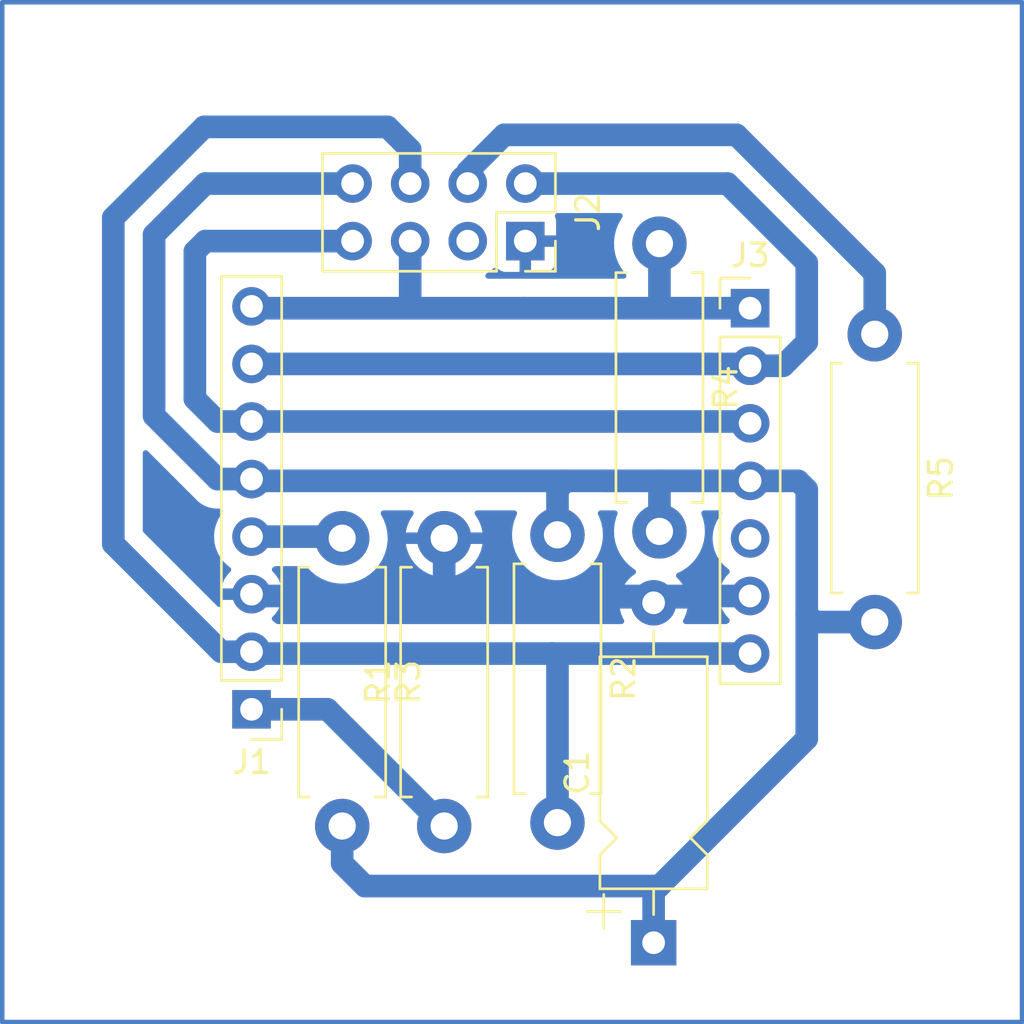
<source format=kicad_pcb>
(kicad_pcb (version 20211014) (generator pcbnew)
  (layers (0 "F.Cu" signal) (31 "B.Cu" signal) (34 "B.Paste" user) (35 "F.Paste" user) (36 "B.SilkS" user "B.Silkscreen") (37 "F.SilkS" user "F.Silkscreen") (38 "B.Mask" user) (39 "F.Mask" user) (44 "Edge.Cuts" user))
  (net 0 "")
  (net 1 "/GND")
  (net 3 "/RST")
  (net 4 "/VCC")
  (net 6 "/GPIO15")
  (net 7 "/USB_TX")
  (net 8 "/ ")
  (net 9 "/USB_DTR")
  (net 10 "/EN")
  (net 11 "Net-(J2-Pad4)")
  (footprint "Capacitor_THT:CP_Axial_L10.0mm_D4.5mm_P15.00mm_Horizontal" (layer "F.Cu") (at 29.2425 42 90)
    (fp_text reference "C1" (at 7.5 -3.37 90) (layer "F.SilkS"))
    (fp_text value "100uF")
    (fp_line (start 3.88 -2.37) (end 4.63 -1.62) (layer "F.SilkS") (width 0.12))
    (fp_line (start 0.63 -2.2) (end 2.13 -2.2) (layer "F.SilkS") (width 0.12))
    (fp_line (start 5.38 -2.37) (end 12.62 -2.37) (layer "F.SilkS") (width 0.12))
    (fp_line (start 2.38 2.37) (end 3.88 2.37) (layer "F.SilkS") (width 0.12))
    (fp_line (start 13.76 0) (end 12.62 0) (layer "F.SilkS") (width 0.12))
    (fp_line (start 3.88 2.37) (end 4.63 1.62) (layer "F.SilkS") (width 0.12))
    (fp_line (start 1.24 0) (end 2.38 0) (layer "F.SilkS") (width 0.12))
    (fp_line (start 1.38 -2.95) (end 1.38 -1.45) (layer "F.SilkS") (width 0.12))
    (fp_line (start 4.63 -1.62) (end 5.38 -2.37) (layer "F.SilkS") (width 0.12))
    (fp_line (start 2.38 -2.37) (end 2.38 2.37) (layer "F.SilkS") (width 0.12))
    (fp_line (start 2.38 -2.37) (end 3.88 -2.37) (layer "F.SilkS") (width 0.12))
    (fp_line (start 12.62 -2.37) (end 12.62 2.37) (layer "F.SilkS") (width 0.12))
    (fp_line (start 5.38 2.37) (end 12.62 2.37) (layer "F.SilkS") (width 0.12))
    (fp_line (start 4.63 1.62) (end 5.38 2.37) (layer "F.SilkS") (width 0.12))
    (pad "1" thru_hole rect (at 0 0 90) (size 2 2) (drill 1) (layers *.Cu *.Mask) (net 4 "/VCC"))
    (pad "2" thru_hole oval (at 15 0 90) (size 2 2) (drill 1) (layers *.Cu *.Mask) (net 1 "/GND"))
  )
  (footprint "Resistor_THT:R_Axial_DIN0411_L9.9mm_D3.6mm_P12.70mm_Horizontal" (layer "F.Cu") (at 29.5 11.15 -90)
    (fp_text reference "R4" (at 6.35 -2.92 90) (layer "F.SilkS"))
    (fp_text value "10K")
    (fp_line (start 1.28 1.44) (end 1.28 1.92) (layer "F.SilkS") (width 0.12))
    (fp_line (start 1.28 -1.44) (end 1.28 -1.92) (layer "F.SilkS") (width 0.12))
    (fp_line (start 11.42 -1.92) (end 11.42 -1.44) (layer "F.SilkS") (width 0.12))
    (fp_line (start 1.28 1.92) (end 11.42 1.92) (layer "F.SilkS") (width 0.12))
    (fp_line (start 11.42 1.92) (end 11.42 1.44) (layer "F.SilkS") (width 0.12))
    (fp_line (start 1.28 -1.92) (end 11.42 -1.92) (layer "F.SilkS") (width 0.12))
    (pad "1" thru_hole circle (at 0 0 270) (size 2.4 2.4) (drill 1.2) (layers *.Cu *.Mask) (net 9 "/USB_DTR"))
    (pad "2" thru_hole oval (at 12.7 0 270) (size 2.4 2.4) (drill 1.2) (layers *.Cu *.Mask) (net 4 "/VCC"))
  )
  (footprint "Resistor_THT:R_Axial_DIN0411_L9.9mm_D3.6mm_P12.70mm_Horizontal" (layer "F.Cu") (at 25 24 -90)
    (fp_text reference "R2" (at 6.35 -2.92 90) (layer "F.SilkS"))
    (fp_text value "10K")
    (fp_line (start 11.42 -1.92) (end 11.42 -1.44) (layer "F.SilkS") (width 0.12))
    (fp_line (start 11.42 1.92) (end 11.42 1.44) (layer "F.SilkS") (width 0.12))
    (fp_line (start 1.28 1.44) (end 1.28 1.92) (layer "F.SilkS") (width 0.12))
    (fp_line (start 1.28 -1.44) (end 1.28 -1.92) (layer "F.SilkS") (width 0.12))
    (fp_line (start 1.28 -1.92) (end 11.42 -1.92) (layer "F.SilkS") (width 0.12))
    (fp_line (start 1.28 1.92) (end 11.42 1.92) (layer "F.SilkS") (width 0.12))
    (pad "1" thru_hole circle (at 0 0 270) (size 2.4 2.4) (drill 1.2) (layers *.Cu *.Mask) (net 4 "/VCC"))
    (pad "2" thru_hole oval (at 12.7 0 270) (size 2.4 2.4) (drill 1.2) (layers *.Cu *.Mask) (net 3 "/RST"))
  )
  (footprint "Connector_PinHeader_2.54mm:PinHeader_1x07_P2.54mm_Vertical" (layer "F.Cu") (at 33.5 14)
    (fp_text reference "J3" (at 0 -2.33) (layer "F.SilkS"))
    (fp_text value "USB-Serial")
    (fp_line (start -1.33 -1.33) (end 0 -1.33) (layer "F.SilkS") (width 0.12))
    (fp_line (start -1.33 1.27) (end 1.33 1.27) (layer "F.SilkS") (width 0.12))
    (fp_line (start 1.33 1.27) (end 1.33 16.57) (layer "F.SilkS") (width 0.12))
    (fp_line (start -1.33 0) (end -1.33 -1.33) (layer "F.SilkS") (width 0.12))
    (fp_line (start -1.33 1.27) (end -1.33 16.57) (layer "F.SilkS") (width 0.12))
    (fp_line (start -1.33 16.57) (end 1.33 16.57) (layer "F.SilkS") (width 0.12))
    (pad "1" thru_hole rect (at 0 0) (size 1.7 1.7) (drill 1) (layers *.Cu *.Mask) (net 9 "/USB_DTR"))
    (pad "2" thru_hole oval (at 0 2.54) (size 1.7 1.7) (drill 1) (layers *.Cu *.Mask) (net 8 "/ "))
    (pad "3" thru_hole oval (at 0 5.08) (size 1.7 1.7) (drill 1) (layers *.Cu *.Mask) (net 7 "/USB_TX"))
    (pad "4" thru_hole oval (at 0 7.62) (size 1.7 1.7) (drill 1) (layers *.Cu *.Mask) (net 4 "/VCC"))
    (pad "5" thru_hole oval (at 0 10.16) (size 1.7 1.7) (drill 1) (layers *.Cu *.Mask))
    (pad "6" thru_hole oval (at 0 12.7) (size 1.7 1.7) (drill 1) (layers *.Cu *.Mask) (net 1 "/GND"))
    (pad "7" thru_hole oval (at 0 15.24) (size 1.7 1.7) (drill 1) (layers *.Cu *.Mask) (net 3 "/RST"))
  )
  (footprint "Resistor_THT:R_Axial_DIN0411_L9.9mm_D3.6mm_P12.70mm_Horizontal" (layer "F.Cu") (at 15.5 24.15 -90)
    (fp_text reference "R3" (at 6.35 -2.92 90) (layer "F.SilkS"))
    (fp_text value "10K")
    (fp_line (start 11.42 1.92) (end 11.42 1.44) (layer "F.SilkS") (width 0.12))
    (fp_line (start 1.28 1.92) (end 11.42 1.92) (layer "F.SilkS") (width 0.12))
    (fp_line (start 11.42 -1.92) (end 11.42 -1.44) (layer "F.SilkS") (width 0.12))
    (fp_line (start 1.28 -1.44) (end 1.28 -1.92) (layer "F.SilkS") (width 0.12))
    (fp_line (start 1.28 -1.92) (end 11.42 -1.92) (layer "F.SilkS") (width 0.12))
    (fp_line (start 1.28 1.44) (end 1.28 1.92) (layer "F.SilkS") (width 0.12))
    (pad "1" thru_hole circle (at 0 0 270) (size 2.4 2.4) (drill 1.2) (layers *.Cu *.Mask) (net 10 "/EN"))
    (pad "2" thru_hole oval (at 12.7 0 270) (size 2.4 2.4) (drill 1.2) (layers *.Cu *.Mask) (net 4 "/VCC"))
  )
  (footprint "Resistor_THT:R_Axial_DIN0411_L9.9mm_D3.6mm_P12.70mm_Horizontal" (layer "F.Cu") (at 39 15.15 -90)
    (fp_text reference "R5" (at 6.35 -2.92 90) (layer "F.SilkS"))
    (fp_text value "10K")
    (fp_line (start 1.28 1.44) (end 1.28 1.92) (layer "F.SilkS") (width 0.12))
    (fp_line (start 11.42 1.92) (end 11.42 1.44) (layer "F.SilkS") (width 0.12))
    (fp_line (start 1.28 -1.92) (end 11.42 -1.92) (layer "F.SilkS") (width 0.12))
    (fp_line (start 11.42 -1.92) (end 11.42 -1.44) (layer "F.SilkS") (width 0.12))
    (fp_line (start 1.28 1.92) (end 11.42 1.92) (layer "F.SilkS") (width 0.12))
    (fp_line (start 1.28 -1.44) (end 1.28 -1.92) (layer "F.SilkS") (width 0.12))
    (pad "1" thru_hole circle (at 0 0 270) (size 2.4 2.4) (drill 1.2) (layers *.Cu *.Mask) (net 11 "Net-(J2-Pad4)"))
    (pad "2" thru_hole oval (at 12.7 0 270) (size 2.4 2.4) (drill 1.2) (layers *.Cu *.Mask) (net 4 "/VCC"))
  )
  (footprint "Connector_PinHeader_2.54mm:PinHeader_1x08_P2.54mm_Vertical" (layer "F.Cu") (at 11.5 31.7 180)
    (fp_text reference "J1" (at 0 -2.33) (layer "F.SilkS"))
    (fp_text value "ESP8266")
    (fp_line (start -1.33 0) (end -1.33 -1.33) (layer "F.SilkS") (width 0.12))
    (fp_line (start -1.33 1.27) (end -1.33 19.11) (layer "F.SilkS") (width 0.12))
    (fp_line (start 1.33 1.27) (end 1.33 19.11) (layer "F.SilkS") (width 0.12))
    (fp_line (start -1.33 1.27) (end 1.33 1.27) (layer "F.SilkS") (width 0.12))
    (fp_line (start -1.33 -1.33) (end 0 -1.33) (layer "F.SilkS") (width 0.12))
    (fp_line (start -1.33 19.11) (end 1.33 19.11) (layer "F.SilkS") (width 0.12))
    (pad "1" thru_hole rect (at 0 0 180) (size 1.7 1.7) (drill 1) (layers *.Cu *.Mask) (net 6 "/GPIO15"))
    (pad "2" thru_hole oval (at 0 2.54 180) (size 1.7 1.7) (drill 1) (layers *.Cu *.Mask) (net 3 "/RST"))
    (pad "3" thru_hole oval (at 0 5.08 180) (size 1.7 1.7) (drill 1) (layers *.Cu *.Mask) (net 1 "/GND"))
    (pad "4" thru_hole oval (at 0 7.62 180) (size 1.7 1.7) (drill 1) (layers *.Cu *.Mask) (net 10 "/EN"))
    (pad "5" thru_hole oval (at 0 10.16 180) (size 1.7 1.7) (drill 1) (layers *.Cu *.Mask) (net 4 "/VCC"))
    (pad "6" thru_hole oval (at 0 12.7 180) (size 1.7 1.7) (drill 1) (layers *.Cu *.Mask) (net 7 "/USB_TX"))
    (pad "7" thru_hole oval (at 0 15.24 180) (size 1.7 1.7) (drill 1) (layers *.Cu *.Mask) (net 8 "/ "))
    (pad "8" thru_hole oval (at 0 17.78 180) (size 1.7 1.7) (drill 1) (layers *.Cu *.Mask) (net 9 "/USB_DTR"))
  )
  (footprint "Resistor_THT:R_Axial_DIN0411_L9.9mm_D3.6mm_P12.70mm_Horizontal" (layer "F.Cu") (at 20 36.85 90)
    (fp_text reference "R1" (at 6.35 -2.92 90) (layer "F.SilkS"))
    (fp_text value "10K")
    (fp_line (start 1.28 1.92) (end 11.42 1.92) (layer "F.SilkS") (width 0.12))
    (fp_line (start 1.28 -1.44) (end 1.28 -1.92) (layer "F.SilkS") (width 0.12))
    (fp_line (start 11.42 1.92) (end 11.42 1.44) (layer "F.SilkS") (width 0.12))
    (fp_line (start 1.28 -1.92) (end 11.42 -1.92) (layer "F.SilkS") (width 0.12))
    (fp_line (start 11.42 -1.92) (end 11.42 -1.44) (layer "F.SilkS") (width 0.12))
    (fp_line (start 1.28 1.44) (end 1.28 1.92) (layer "F.SilkS") (width 0.12))
    (pad "1" thru_hole circle (at 0 0 90) (size 2.4 2.4) (drill 1.2) (layers *.Cu *.Mask) (net 6 "/GPIO15"))
    (pad "2" thru_hole oval (at 12.7 0 90) (size 2.4 2.4) (drill 1.2) (layers *.Cu *.Mask) (net 1 "/GND"))
  )
  (footprint "Connector_PinSocket_2.54mm:PinSocket_2x04_P2.54mm_Vertical" (layer "F.Cu") (at 23.58 11.04 -90)
    (fp_text reference "J2" (at -1.27 -2.77 90) (layer "F.SilkS"))
    (fp_text value "ESP-01")
    (fp_line (start 1.33 -1.33) (end 1.33 0) (layer "F.SilkS") (width 0.12))
    (fp_line (start -1.27 -1.33) (end -1.27 1.27) (layer "F.SilkS") (width 0.12))
    (fp_line (start 0 -1.33) (end 1.33 -1.33) (layer "F.SilkS") (width 0.12))
    (fp_line (start -3.87 8.95) (end 1.33 8.95) (layer "F.SilkS") (width 0.12))
    (fp_line (start 1.33 1.27) (end 1.33 8.95) (layer "F.SilkS") (width 0.12))
    (fp_line (start -1.27 1.27) (end 1.33 1.27) (layer "F.SilkS") (width 0.12))
    (fp_line (start -3.87 -1.33) (end -1.27 -1.33) (layer "F.SilkS") (width 0.12))
    (fp_line (start -3.87 -1.33) (end -3.87 8.95) (layer "F.SilkS") (width 0.12))
    (pad "1" thru_hole rect (at 0 0 270) (size 1.7 1.7) (drill 1) (layers *.Cu *.Mask) (net 1 "/GND"))
    (pad "2" thru_hole oval (at -2.54 0 270) (size 1.7 1.7) (drill 1) (layers *.Cu *.Mask) (net 8 "/ "))
    (pad "3" thru_hole oval (at 0 2.54 270) (size 1.7 1.7) (drill 1) (layers *.Cu *.Mask))
    (pad "4" thru_hole oval (at -2.54 2.54 270) (size 1.7 1.7) (drill 1) (layers *.Cu *.Mask) (net 11 "Net-(J2-Pad4)"))
    (pad "5" thru_hole oval (at 0 5.08 270) (size 1.7 1.7) (drill 1) (layers *.Cu *.Mask) (net 9 "/USB_DTR"))
    (pad "6" thru_hole oval (at -2.54 5.08 270) (size 1.7 1.7) (drill 1) (layers *.Cu *.Mask) (net 3 "/RST"))
    (pad "7" thru_hole oval (at 0 7.62 270) (size 1.7 1.7) (drill 1) (layers *.Cu *.Mask) (net 7 "/USB_TX"))
    (pad "8" thru_hole oval (at -2.54 7.62 270) (size 1.7 1.7) (drill 1) (layers *.Cu *.Mask) (net 4 "/VCC"))
  )
  (gr_line (start 0.5 0.5) (end 0.5 45.5) (layer "B.Cu") (width 0.2))
  (gr_line (start 45.5 45.5) (end 45.5 0.5) (layer "B.Cu") (width 0.2))
  (gr_line (start 45.5 0.5) (end 0.5 0.5) (layer "B.Cu") (width 0.2))
  (gr_line (start 0.5 45.5) (end 45.5 45.5) (layer "B.Cu") (width 0.2))
  (segment (start 11.5 26.62) (end 11.58 26.7) (width 1) (layer "B.Cu") (net 1))
  (segment (start 11.58 26.7) (end 20.2 26.7) (width 1) (layer "B.Cu") (net 1))
  (segment (start 20.2 26.7) (end 33.5 26.7) (width 1) (layer "B.Cu") (net 1))
  (segment (start 20 26.5) (end 20 24.15) (width 1) (layer "B.Cu") (net 1))
  (segment (start 20.2 26.7) (end 20 26.5) (width 1) (layer "B.Cu") (net 1))
  (segment (start 5.4 24.4) (end 10.16 29.16) (width 1) (layer "B.Cu") (net 3))
  (segment (start 9.408832 6) (end 5.4 10.008832) (width 1) (layer "B.Cu") (net 3))
  (segment (start 24.76 29.24) (end 11.58 29.24) (width 1) (layer "B.Cu") (net 3))
  (segment (start 10.16 29.16) (end 11.5 29.16) (width 1) (layer "B.Cu") (net 3))
  (segment (start 17.5 6) (end 9.408832 6) (width 1) (layer "B.Cu") (net 3))
  (segment (start 11.58 29.24) (end 11.5 29.16) (width 1) (layer "B.Cu") (net 3))
  (segment (start 18.5 8.5) (end 18.5 7) (width 1) (layer "B.Cu") (net 3))
  (segment (start 25 29.48) (end 24.76 29.24) (width 1) (layer "B.Cu") (net 3))
  (segment (start 18.5 7) (end 17.5 6) (width 1) (layer "B.Cu") (net 3))
  (segment (start 25 36.7) (end 25 29.48) (width 1) (layer "B.Cu") (net 3))
  (segment (start 24.76 29.24) (end 33.5 29.24) (width 1) (layer "B.Cu") (net 3))
  (segment (start 5.4 10.008832) (end 5.4 24.4) (width 1) (layer "B.Cu") (net 3))
  (segment (start 15.96 8.5) (end 9.454416 8.5) (width 1) (layer "B.Cu") (net 4))
  (segment (start 15.5 38.5) (end 15.5 36.85) (width 1) (layer "B.Cu") (net 4))
  (segment (start 36 27.5) (end 36.35 27.85) (width 1) (layer "B.Cu") (net 4))
  (segment (start 36 22) (end 36 27.5) (width 1) (layer "B.Cu") (net 4))
  (segment (start 29.5 23.85) (end 29.5 21.74) (width 1) (layer "B.Cu") (net 4))
  (segment (start 29.2425 39.7575) (end 29.5 39.5) (width 1) (layer "B.Cu") (net 4))
  (segment (start 35.62 21.62) (end 36 22) (width 1) (layer "B.Cu") (net 4))
  (segment (start 36 27.5) (end 36 33) (width 1) (layer "B.Cu") (net 4))
  (segment (start 29.62 21.62) (end 27.12 21.62) (width 1) (layer "B.Cu") (net 4))
  (segment (start 9.994416 21.54) (end 8.727208 20.272792) (width 1) (layer "B.Cu") (net 4))
  (segment (start 36.35 27.85) (end 39 27.85) (width 1) (layer "B.Cu") (net 4))
  (segment (start 27.12 21.62) (end 25.38 21.62) (width 1) (layer "B.Cu") (net 4))
  (segment (start 16.5 39.5) (end 15.5 38.5) (width 1) (layer "B.Cu") (net 4))
  (segment (start 36 33) (end 29.5 39.5) (width 1) (layer "B.Cu") (net 4))
  (segment (start 29.5 39.5) (end 16.5 39.5) (width 1) (layer "B.Cu") (net 4))
  (segment (start 29.5 21.74) (end 29.62 21.62) (width 1) (layer "B.Cu") (net 4))
  (segment (start 25 22) (end 25.38 21.62) (width 1) (layer "B.Cu") (net 4))
  (segment (start 25.38 21.62) (end 11.58 21.62) (width 1) (layer "B.Cu") (net 4))
  (segment (start 29.2425 42) (end 29.2425 39.7575) (width 1) (layer "B.Cu") (net 4))
  (segment (start 33.62 21.62) (end 29.62 21.62) (width 1) (layer "B.Cu") (net 4))
  (segment (start 11.5 21.54) (end 9.994416 21.54) (width 1) (layer "B.Cu") (net 4))
  (segment (start 33.5 21.62) (end 35.62 21.62) (width 1) (layer "B.Cu") (net 4))
  (segment (start 11.58 21.62) (end 11.5 21.54) (width 1) (layer "B.Cu") (net 4))
  (segment (start 8.727208 20.272792) (end 7.2 18.745584) (width 1) (layer "B.Cu") (net 4))
  (segment (start 9.454416 8.5) (end 7.2 10.754416) (width 1) (layer "B.Cu") (net 4))
  (segment (start 7.2 18.745584) (end 7.2 10.754416) (width 1) (layer "B.Cu") (net 4))
  (segment (start 25 24) (end 25 22) (width 1) (layer "B.Cu") (net 4))
  (segment (start 11.5 31.7) (end 14.85 31.7) (width 1) (layer "B.Cu") (net 6))
  (segment (start 14.85 31.7) (end 20 36.85) (width 1) (layer "B.Cu") (net 6))
  (segment (start 9 18) (end 10 19) (width 1) (layer "B.Cu") (net 7))
  (segment (start 11.58 19.08) (end 11.5 19) (width 1) (layer "B.Cu") (net 7))
  (segment (start 9 11.5) (end 9 18) (width 1) (layer "B.Cu") (net 7))
  (segment (start 15.96 11.04) (end 9.46 11.04) (width 1) (layer "B.Cu") (net 7))
  (segment (start 11.5 19) (end 33.42 19) (width 1) (layer "B.Cu") (net 7))
  (segment (start 10 19) (end 11.5 19) (width 1) (layer "B.Cu") (net 7))
  (segment (start 9.46 11.04) (end 9 11.5) (width 1) (layer "B.Cu") (net 7))
  (segment (start 33.42 19) (end 33.5 19.08) (width 1) (layer "B.Cu") (net 7))
  (segment (start 36 12) (end 36 15.5) (width 1) (layer "B.Cu") (net 8))
  (segment (start 36 15.5) (end 34.96 16.54) (width 1) (layer "B.Cu") (net 8))
  (segment (start 32.5 8.5) (end 36 12) (width 1) (layer "B.Cu") (net 8))
  (segment (start 33.42 16.46) (end 33.5 16.54) (width 1) (layer "B.Cu") (net 8))
  (segment (start 23.58 8.5) (end 32.5 8.5) (width 1) (layer "B.Cu") (net 8))
  (segment (start 11.5 16.46) (end 33.42 16.46) (width 1) (layer "B.Cu") (net 8))
  (segment (start 11.58 16.54) (end 11.5 16.46) (width 1) (layer "B.Cu") (net 8))
  (segment (start 34.96 16.54) (end 33.5 16.54) (width 1) (layer "B.Cu") (net 8))
  (segment (start 11.58 14) (end 11.5 13.92) (width 1) (layer "B.Cu") (net 9))
  (segment (start 33.5 14) (end 29.5 14) (width 1) (layer "B.Cu") (net 9))
  (segment (start 29.5 11.15) (end 29.5 14) (width 1) (layer "B.Cu") (net 9))
  (segment (start 29.5 14) (end 23.5 14) (width 1) (layer "B.Cu") (net 9))
  (segment (start 18.5 11.04) (end 18.5 14) (width 1) (layer "B.Cu") (net 9))
  (segment (start 18.5 14) (end 11.58 14) (width 1) (layer "B.Cu") (net 9))
  (segment (start 23.5 14) (end 18.5 14) (width 1) (layer "B.Cu") (net 9))
  (segment (start 11.5 24.08) (end 15.43 24.08) (width 1) (layer "B.Cu") (net 10))
  (segment (start 15.43 24.08) (end 15.5 24.15) (width 1) (layer "B.Cu") (net 10))
  (segment (start 21.04 7.96) (end 22.65 6.35) (width 1) (layer "B.Cu") (net 11))
  (segment (start 39 12.454416) (end 39 15.15) (width 1) (layer "B.Cu") (net 11))
  (segment (start 21.04 8.5) (end 21.04 7.96) (width 1) (layer "B.Cu") (net 11))
  (segment (start 22.65 6.35) (end 32.895584 6.35) (width 1) (layer "B.Cu") (net 11))
  (segment (start 32.895584 6.35) (end 39 12.454416) (width 1) (layer "B.Cu") (net 11))
  (zone (net 1) (net_name "/GND") (layer "B.Cu") (connect_pads (clearance 0.508)) (min_thickness 0.254) (fill yes (thermal_gap 0.508) (thermal_bridge_width 0.508))
    (polygon (pts (xy 45.5 45.5) (xy 0.5 45.5) (xy 0.5 0.5) (xy 45.5 0.5)))
  )
)
</source>
